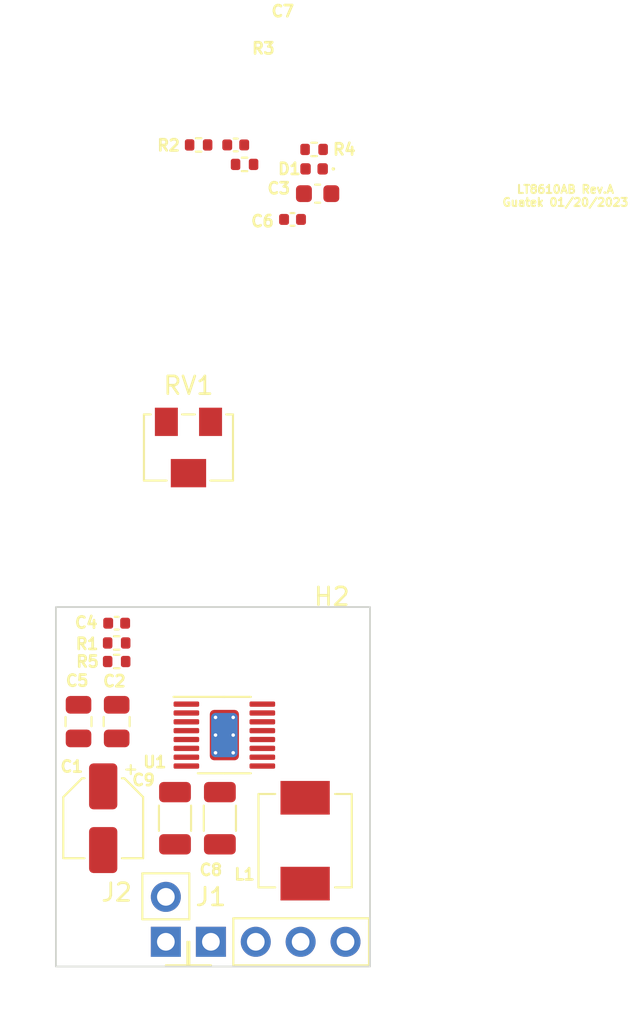
<source format=kicad_pcb>
(kicad_pcb (version 20211014) (generator pcbnew)
  (layers (0 "F.Cu" signal) (1 "In1.Cu" signal) (2 "In2.Cu" signal) (31 "B.Cu" signal) (34 "B.Paste" user) (35 "F.Paste" user) (36 "B.SilkS" user "B.Silkscreen") (37 "F.SilkS" user "F.Silkscreen") (38 "B.Mask" user) (39 "F.Mask" user) (44 "Edge.Cuts" user))
  (net 0 "")
  (net 1 "Vin")
  (net 2 "Net-(C3-Pad1)")
  (net 3 "Net-(C4-Pad1)")
  (net 4 "Vout")
  (net 5 "Net-(C7-Pad2)")
  (net 6 "Net-(R1-Pad1)")
  (net 8 "GND")
  (net 9 "PG")
  (net 10 "EN")
  (net 11 "Net-(C6-Pad1)")
  (net 12 "Net-(C6-Pad2)")
  (footprint "Connector_PinHeader_2.54mm:PinHeader_1x02_P2.54mm_Vertical" (layer "F.Cu") (at 135.118 108.331 180)
    (fp_text reference "J2" (at 2.784 2.794) (layer "F.SilkS"))
    (fp_text value "Conn_01x02")
    (fp_line (start -1.33 -1.33) (end 0 -1.33) (layer "F.SilkS") (width 0.12))
    (fp_line (start -1.33 1.27) (end -1.33 3.87) (layer "F.SilkS") (width 0.12))
    (fp_line (start -1.33 1.27) (end 1.33 1.27) (layer "F.SilkS") (width 0.12))
    (fp_line (start 1.33 1.27) (end 1.33 3.87) (layer "F.SilkS") (width 0.12))
    (fp_line (start -1.33 3.87) (end 1.33 3.87) (layer "F.SilkS") (width 0.12))
    (fp_line (start -1.33 0) (end -1.33 -1.33) (layer "F.SilkS") (width 0.12))
    (pad "1" thru_hole rect locked (at 0 0 180) (size 1.7 1.7) (drill 1) (layers *.Cu *.Mask) (net 10 "EN"))
    (pad "2" thru_hole oval locked (at 0 2.54 180) (size 1.7 1.7) (drill 1) (layers *.Cu *.Mask) (net 9 "PG"))
  )
  (footprint "Capacitor_SMD:C_0805_2012Metric" (layer "F.Cu") (at 130.175 95.885 90)
    (fp_text reference "C5" (at 2.3134 -0.0774) (layer "F.SilkS") (effects (font (size 0.635 0.635))))
    (fp_text value "4.7 uF 50V")
    (fp_line (start -0.261252 -0.735) (end 0.261252 -0.735) (layer "F.SilkS") (width 0.12))
    (fp_line (start -0.261252 0.735) (end 0.261252 0.735) (layer "F.SilkS") (width 0.12))
    (pad "1" smd roundrect locked (at -0.95 0 90) (size 1 1.45) (layers "F.Cu" "F.Paste" "F.Mask") (net 1 "Vin"))
    (pad "2" smd roundrect locked (at 0.95 0 90) (size 1 1.45) (layers "F.Cu" "F.Paste" "F.Mask") (net 8 "GND"))
  )
  (footprint "Resistor_SMD:R_0402_1005Metric" (layer "F.Cu") (at 132.334 92.4884 180)
    (fp_text reference "R5" (at 1.65 -0.0054) (layer "F.SilkS") (effects (font (size 0.635 0.635))))
    (fp_text value "100k")
    (fp_line (start -0.153641 0.38) (end 0.153641 0.38) (layer "F.SilkS") (width 0.12))
    (fp_line (start -0.153641 -0.38) (end 0.153641 -0.38) (layer "F.SilkS") (width 0.12))
    (pad "1" smd roundrect locked (at -0.51 0 180) (size 0.54 0.64) (layers "F.Cu" "F.Paste" "F.Mask") (net 10 "EN"))
    (pad "2" smd roundrect locked (at 0.51 0 180) (size 0.54 0.64) (layers "F.Cu" "F.Paste" "F.Mask") (net 1 "Vin"))
  )
  (footprint "Capacitor_SMD:CP_Elec_4x5.4" (layer "F.Cu") (at 131.572 101.346 -90)
    (fp_text reference "C1" (at -2.921 1.778) (layer "F.SilkS") (effects (font (size 0.635 0.635))))
    (fp_text value "4.7 uF 50V")
    (fp_line (start -2.75 -1.81) (end -2.75 -1.31) (layer "F.SilkS") (width 0.12))
    (fp_line (start -2.26 1.195563) (end -1.195563 2.26) (layer "F.SilkS") (width 0.12))
    (fp_line (start -2.26 1.195563) (end -2.26 1.06) (layer "F.SilkS") (width 0.12))
    (fp_line (start -2.26 -1.195563) (end -1.195563 -2.26) (layer "F.SilkS") (width 0.12))
    (fp_line (start 2.26 -2.26) (end 2.26 -1.06) (layer "F.SilkS") (width 0.12))
    (fp_line (start -1.195563 -2.26) (end 2.26 -2.26) (layer "F.SilkS") (width 0.12))
    (fp_line (start -2.26 -1.195563) (end -2.26 -1.06) (layer "F.SilkS") (width 0.12))
    (fp_line (start -1.195563 2.26) (end 2.26 2.26) (layer "F.SilkS") (width 0.12))
    (fp_line (start 2.26 2.26) (end 2.26 1.06) (layer "F.SilkS") (width 0.12))
    (fp_line (start -3 -1.56) (end -2.5 -1.56) (layer "F.SilkS") (width 0.12))
    (pad "1" smd roundrect locked (at -1.8 0 270) (size 2.6 1.6) (layers "F.Cu" "F.Paste" "F.Mask") (roundrect_rratio 0.15625) (net 1 "Vin"))
    (pad "2" smd roundrect locked (at 1.8 0 270) (size 2.6 1.6) (layers "F.Cu" "F.Paste" "F.Mask") (roundrect_rratio 0.15625) (net 8 "GND"))
  )
  (footprint "Resistor_SMD:R_0402_1005Metric" (layer "F.Cu") (at 132.334 91.44 180)
    (fp_text reference "R1" (at 1.6764 -0.0508) (layer "F.SilkS") (effects (font (size 0.635 0.635))))
    (fp_text value "33.2k 0.1%")
    (fp_line (start -0.153641 0.38) (end 0.153641 0.38) (layer "F.SilkS") (width 0.12))
    (fp_line (start -0.153641 -0.38) (end 0.153641 -0.38) (layer "F.SilkS") (width 0.12))
    (pad "1" smd roundrect locked (at -0.51 0 180) (size 0.54 0.64) (layers "F.Cu" "F.Paste" "F.Mask") (net 6 "Net-(R1-Pad1)"))
    (pad "2" smd roundrect locked (at 0.51 0 180) (size 0.54 0.64) (layers "F.Cu" "F.Paste" "F.Mask") (net 8 "GND"))
  )
  (footprint "Capacitor_SMD:C_0603_1608Metric" (layer "F.Cu") (at 143.71 66.043)
    (fp_text reference "C3" (at -2.2 -0.3) (layer "F.SilkS") (effects (font (size 0.635 0.635))))
    (fp_text value "1 uF")
    (fp_line (start -0.14058 -0.51) (end 0.14058 -0.51) (layer "F.SilkS") (width 0.12))
    (fp_line (start -0.14058 0.51) (end 0.14058 0.51) (layer "F.SilkS") (width 0.12))
    (pad "1" smd roundrect locked (at -0.775 0) (size 0.9 0.95) (layers "F.Cu" "F.Paste" "F.Mask") (net 2 "Net-(C3-Pad1)"))
    (pad "2" smd roundrect locked (at 0.775 0) (size 0.9 0.95) (layers "F.Cu" "F.Paste" "F.Mask") (net 8 "GND"))
  )
  (footprint "Resistor_SMD:R_0402_1005Metric" (layer "F.Cu") (at 139.573 64.389 180)
    (fp_text reference "R3" (at -1.0644 6.5574) (layer "F.SilkS") (effects (font (size 0.635 0.635))))
    (fp_text value "1M")
    (fp_line (start -0.153641 0.38) (end 0.153641 0.38) (layer "F.SilkS") (width 0.12))
    (fp_line (start -0.153641 -0.38) (end 0.153641 -0.38) (layer "F.SilkS") (width 0.12))
    (pad "1" smd roundrect locked (at -0.51 0 180) (size 0.54 0.64) (layers "F.Cu" "F.Paste" "F.Mask") (net 4 "Vout"))
    (pad "2" smd roundrect locked (at 0.51 0 180) (size 0.54 0.64) (layers "F.Cu" "F.Paste" "F.Mask") (net 5 "Net-(C7-Pad2)"))
  )
  (footprint "LED_SMD:LED_0402_1005Metric" (layer "F.Cu") (at 143.51 64.643 180)
    (fp_text reference "D1" (at 1.4 0) (layer "F.SilkS") (effects (font (size 0.635 0.635))))
    (fp_text value "Red 1.75V")
    (fp_circle (center -1.09 0) (end -1.04 0) (layer "F.SilkS") (width 0.1) (fill none))
    (pad "1" smd roundrect locked (at -0.485 0 180) (size 0.59 0.64) (layers "F.Cu" "F.Paste" "F.Mask") (net 8 "GND"))
    (pad "2" smd roundrect locked (at 0.485 0 180) (size 0.59 0.64) (layers "F.Cu" "F.Paste" "F.Mask") (net 9 "PG"))
  )
  (footprint "Inductor_SMD:L_Vishay_IHLP-2020" (layer "F.Cu") (at 143.002 102.616 90)
    (fp_text reference "L1" (at -1.905 -3.429) (layer "F.SilkS") (effects (font (size 0.635 0.635))))
    (fp_text value "4.7 uH")
    (fp_line (start -2.64 -2.64) (end 2.64 -2.64) (layer "F.SilkS") (width 0.12))
    (fp_line (start 2.64 2.64) (end 2.64 1.695) (layer "F.SilkS") (width 0.12))
    (fp_line (start -2.64 1.695) (end -2.64 2.64) (layer "F.SilkS") (width 0.12))
    (fp_line (start -2.64 -1.695) (end -2.64 -2.64) (layer "F.SilkS") (width 0.12))
    (fp_line (start -2.64 2.64) (end 2.64 2.64) (layer "F.SilkS") (width 0.12))
    (fp_line (start 2.64 -2.64) (end 2.64 -1.695) (layer "F.SilkS") (width 0.12))
    (pad "1" smd rect locked (at -2.4265 0 90) (size 1.903 2.79) (layers "F.Cu" "F.Paste" "F.Mask") (net 4 "Vout"))
    (pad "2" smd rect locked (at 2.4265 0 90) (size 1.903 2.79) (layers "F.Cu" "F.Paste" "F.Mask") (net 12 "Net-(C6-Pad2)"))
  )
  (footprint "Capacitor_SMD:C_0402_1005Metric" (layer "F.Cu") (at 142.2884 67.4996)
    (fp_text reference "C6" (at -1.7 0.1) (layer "F.SilkS") (effects (font (size 0.635 0.635))))
    (fp_text value "0.1 uF")
    (fp_line (start -0.107836 -0.36) (end 0.107836 -0.36) (layer "F.SilkS") (width 0.12))
    (fp_line (start -0.107836 0.36) (end 0.107836 0.36) (layer "F.SilkS") (width 0.12))
    (pad "1" smd roundrect locked (at -0.48 0) (size 0.56 0.62) (layers "F.Cu" "F.Paste" "F.Mask") (net 11 "Net-(C6-Pad1)"))
    (pad "2" smd roundrect locked (at 0.48 0) (size 0.56 0.62) (layers "F.Cu" "F.Paste" "F.Mask") (net 12 "Net-(C6-Pad2)"))
  )
  (footprint "Potentiometer_SMD:Potentiometer_Bourns_3214W_Vertical" (layer "F.Cu") (at 136.398 80.391)
    (fp_text reference "RV1" (at 0 -3.5) (layer "F.SilkS"))
    (fp_text value "500k")
    (fp_line (start 2.52 -1.87) (end 2.52 1.87) (layer "F.SilkS") (width 0.12))
    (fp_line (start -2.52 -1.87) (end -2.52 1.87) (layer "F.SilkS") (width 0.12))
    (fp_line (start -0.36 -1.87) (end 0.36 -1.87) (layer "F.SilkS") (width 0.12))
    (fp_line (start 2.14 -1.87) (end 2.52 -1.87) (layer "F.SilkS") (width 0.12))
    (fp_line (start 1.24 1.87) (end 2.52 1.87) (layer "F.SilkS") (width 0.12))
    (fp_line (start -2.52 -1.87) (end -2.14 -1.87) (layer "F.SilkS") (width 0.12))
    (fp_line (start -2.52 1.87) (end -1.24 1.87) (layer "F.SilkS") (width 0.12))
    (pad "1" smd rect locked (at 1.25 -1.45) (size 1.3 1.6) (layers "F.Cu" "F.Paste" "F.Mask") (net 8 "GND"))
    (pad "2" smd rect locked (at 0 1.45) (size 2 1.6) (layers "F.Cu" "F.Paste" "F.Mask") (net 5 "Net-(C7-Pad2)"))
    (pad "3" smd rect locked (at -1.25 -1.45) (size 1.3 1.6) (layers "F.Cu" "F.Paste" "F.Mask"))
  )
  (footprint "MountingHole:MountingHole_2.2mm_M2_ISO7380" (layer "F.Cu") (at 144.516 91.567)
    (fp_text reference "H2" (at 0 -2.75) (layer "F.SilkS"))
    (fp_text value "MountingHole")
    (pad "" np_thru_hole circle locked (at 0 0) (size 2.2 2.2) (drill 2.2) (layers *.Cu *.Mask))
  )
  (footprint "MountingHole:MountingHole_2.2mm_M2_ISO7380" (layer "F.Cu") (at 131.054 107.569)
    (fp_text reference "H1" (at 0.137 -0.127) (layer "F.SilkS"))
    (fp_text value "MountingHole")
    (pad "" np_thru_hole circle locked (at 0 0) (size 2.2 2.2) (drill 2.2) (layers *.Cu *.Mask))
  )
  (footprint "Capacitor_SMD:C_0402_1005Metric" (layer "F.Cu") (at 139.073 63.289 180)
    (fp_text reference "C7" (at -2.6644 7.5574) (layer "F.SilkS") (effects (font (size 0.635 0.635))))
    (fp_text value "10 pF")
    (fp_line (start -0.107836 -0.36) (end 0.107836 -0.36) (layer "F.SilkS") (width 0.12))
    (fp_line (start -0.107836 0.36) (end 0.107836 0.36) (layer "F.SilkS") (width 0.12))
    (pad "1" smd roundrect locked (at -0.48 0 180) (size 0.56 0.62) (layers "F.Cu" "F.Paste" "F.Mask") (net 4 "Vout"))
    (pad "2" smd roundrect locked (at 0.48 0 180) (size 0.56 0.62) (layers "F.Cu" "F.Paste" "F.Mask") (net 5 "Net-(C7-Pad2)"))
  )
  (footprint "Package_SO:MSOP-16-1EP_3x4mm_P0.5mm_EP1.65x2.85mm_ThermalVias" (layer "F.Cu") (at 138.43 96.647)
    (fp_text reference "U1" (at -3.937 1.524) (layer "F.SilkS") (effects (font (size 0.635 0.635))))
    (fp_text value "LT8610AB")
    (fp_line (start 0 2.16) (end 1.5 2.16) (layer "F.SilkS") (width 0.12))
    (fp_line (start 0 2.16) (end -1.5 2.16) (layer "F.SilkS") (width 0.12))
    (fp_line (start 0 -2.16) (end 1.5 -2.16) (layer "F.SilkS") (width 0.12))
    (fp_line (start 0 -2.16) (end -2.875 -2.16) (layer "F.SilkS") (width 0.12))
    (pad "1" smd roundrect locked (at -2.15 -1.75) (size 1.45 0.3) (layers "F.Cu" "F.Paste" "F.Mask") (net 8 "GND"))
    (pad "2" smd roundrect locked (at -2.15 -1.25) (size 1.45 0.3) (layers "F.Cu" "F.Paste" "F.Mask") (net 3 "Net-(C4-Pad1)"))
    (pad "3" smd roundrect locked (at -2.15 -0.75) (size 1.45 0.3) (layers "F.Cu" "F.Paste" "F.Mask") (net 6 "Net-(R1-Pad1)"))
    (pad "4" smd roundrect locked (at -2.15 -0.25) (size 1.45 0.3) (layers "F.Cu" "F.Paste" "F.Mask") (net 10 "EN"))
    (pad "5" smd roundrect locked (at -2.15 0.25) (size 1.45 0.3) (layers "F.Cu" "F.Paste" "F.Mask") (net 1 "Vin"))
    (pad "6" smd roundrect locked (at -2.15 0.75) (size 1.45 0.3) (layers "F.Cu" "F.Paste" "F.Mask") (net 1 "Vin"))
    (pad "7" smd roundrect locked (at -2.15 1.25) (size 1.45 0.3) (layers "F.Cu" "F.Paste" "F.Mask"))
    (pad "8" smd roundrect locked (at -2.15 1.75) (size 1.45 0.3) (layers "F.Cu" "F.Paste" "F.Mask") (net 8 "GND"))
    (pad "9" smd roundrect locked (at 2.15 1.75) (size 1.45 0.3) (layers "F.Cu" "F.Paste" "F.Mask") (net 12 "Net-(C6-Pad2)"))
    (pad "10" smd roundrect locked (at 2.15 1.25) (size 1.45 0.3) (layers "F.Cu" "F.Paste" "F.Mask") (net 12 "Net-(C6-Pad2)"))
    (pad "11" smd roundrect locked (at 2.15 0.75) (size 1.45 0.3) (layers "F.Cu" "F.Paste" "F.Mask") (net 12 "Net-(C6-Pad2)"))
    (pad "12" smd roundrect locked (at 2.15 0.25) (size 1.45 0.3) (layers "F.Cu" "F.Paste" "F.Mask") (net 11 "Net-(C6-Pad1)"))
    (pad "13" smd roundrect locked (at 2.15 -0.25) (size 1.45 0.3) (layers "F.Cu" "F.Paste" "F.Mask") (net 2 "Net-(C3-Pad1)"))
    (pad "14" smd roundrect locked (at 2.15 -0.75) (size 1.45 0.3) (layers "F.Cu" "F.Paste" "F.Mask") (net 4 "Vout"))
    (pad "15" smd roundrect locked (at 2.15 -1.25) (size 1.45 0.3) (layers "F.Cu" "F.Paste" "F.Mask") (net 9 "PG"))
    (pad "16" smd roundrect locked (at 2.15 -1.75) (size 1.45 0.3) (layers "F.Cu" "F.Paste" "F.Mask") (net 5 "Net-(C7-Pad2)"))
    (pad "17" smd roundrect locked (at 0 0) (size 1.65 2.85) (layers "F.Cu" "F.Mask") (roundrect_rratio 0.151515) (net 8 "GND"))
    (pad "17" thru_hole circle locked (at -0.5 -1) (size 0.5 0.5) (drill 0.2) (layers *.Cu) (net 8 "GND"))
    (pad "17" thru_hole circle locked (at 0.5 0) (size 0.5 0.5) (drill 0.2) (layers *.Cu) (net 8 "GND"))
    (pad "17" thru_hole circle locked (at 0.5 -1) (size 0.5 0.5) (drill 0.2) (layers *.Cu) (net 8 "GND"))
    (pad "17" thru_hole circle locked (at -0.5 0) (size 0.5 0.5) (drill 0.2) (layers *.Cu) (net 8 "GND"))
    (pad "17" thru_hole circle locked (at 0.5 1) (size 0.5 0.5) (drill 0.2) (layers *.Cu) (net 8 "GND"))
    (pad "17" smd roundrect locked (at 0 0) (size 1.5 2.5) (layers "B.Cu") (roundrect_rratio 0.166667) (net 8 "GND"))
    (pad "17" thru_hole circle locked (at -0.5 1) (size 0.5 0.5) (drill 0.2) (layers *.Cu) (net 8 "GND"))
  )
  (footprint "Capacitor_SMD:C_1206_3216Metric" (layer "F.Cu") (at 138.176 101.346 90)
    (fp_text reference "C8" (at -2.921 -0.508) (layer "F.SilkS") (effects (font (size 0.635 0.635))))
    (fp_text value "47 uF 25V")
    (fp_line (start -0.711252 0.91) (end 0.711252 0.91) (layer "F.SilkS") (width 0.12))
    (fp_line (start -0.711252 -0.91) (end 0.711252 -0.91) (layer "F.SilkS") (width 0.12))
    (pad "1" smd roundrect locked (at -1.475 0 90) (size 1.15 1.8) (layers "F.Cu" "F.Paste" "F.Mask") (roundrect_rratio 0.217391) (net 4 "Vout"))
    (pad "2" smd roundrect locked (at 1.475 0 90) (size 1.15 1.8) (layers "F.Cu" "F.Paste" "F.Mask") (roundrect_rratio 0.217391) (net 8 "GND"))
  )
  (footprint "Connector_PinHeader_2.54mm:PinHeader_1x04_P2.54mm_Vertical" (layer "F.Cu") (at 137.668 108.331 90)
    (fp_text reference "J1" (at 2.54 0 180) (layer "F.SilkS"))
    (fp_text value "Conn_01x04")
    (fp_line (start -1.33 0) (end -1.33 -1.33) (layer "F.SilkS") (width 0.12))
    (fp_line (start -1.33 -1.33) (end 0 -1.33) (layer "F.SilkS") (width 0.12))
    (fp_line (start -1.33 1.27) (end 1.33 1.27) (layer "F.SilkS") (width 0.12))
    (fp_line (start -1.33 1.27) (end -1.33 8.95) (layer "F.SilkS") (width 0.12))
    (fp_line (start 1.33 1.27) (end 1.33 8.95) (layer "F.SilkS") (width 0.12))
    (fp_line (start -1.33 8.95) (end 1.33 8.95) (layer "F.SilkS") (width 0.12))
    (pad "1" thru_hole rect locked (at 0 0 90) (size 1.7 1.7) (drill 1) (layers *.Cu *.Mask) (net 1 "Vin"))
    (pad "2" thru_hole oval locked (at 0 2.54 90) (size 1.7 1.7) (drill 1) (layers *.Cu *.Mask) (net 8 "GND"))
    (pad "3" thru_hole oval locked (at 0 5.08 90) (size 1.7 1.7) (drill 1) (layers *.Cu *.Mask) (net 8 "GND"))
    (pad "4" thru_hole oval locked (at 0 7.62 90) (size 1.7 1.7) (drill 1) (layers *.Cu *.Mask) (net 4 "Vout"))
  )
  (footprint "Resistor_SMD:R_0402_1005Metric" (layer "F.Cu") (at 136.973 63.289 180)
    (fp_text reference "R2" (at 1.7 -0.0254) (layer "F.SilkS") (effects (font (size 0.635 0.635))))
    (fp_text value " ")
    (fp_line (start -0.153641 -0.38) (end 0.153641 -0.38) (layer "F.SilkS") (width 0.12))
    (fp_line (start -0.153641 0.38) (end 0.153641 0.38) (layer "F.SilkS") (width 0.12))
    (pad "1" smd roundrect locked (at -0.51 0 180) (size 0.54 0.64) (layers "F.Cu" "F.Paste" "F.Mask") (net 5 "Net-(C7-Pad2)"))
    (pad "2" smd roundrect locked (at 0.51 0 180) (size 0.54 0.64) (layers "F.Cu" "F.Paste" "F.Mask") (net 8 "GND"))
  )
  (footprint "Capacitor_SMD:C_0805_2012Metric" (layer "F.Cu") (at 132.334 95.885 90)
    (fp_text reference "C2" (at 2.286 -0.127) (layer "F.SilkS") (effects (font (size 0.635 0.635))))
    (fp_text value "4.7 uF 50V")
    (fp_line (start -0.261252 -0.735) (end 0.261252 -0.735) (layer "F.SilkS") (width 0.12))
    (fp_line (start -0.261252 0.735) (end 0.261252 0.735) (layer "F.SilkS") (width 0.12))
    (pad "1" smd roundrect locked (at -0.95 0 90) (size 1 1.45) (layers "F.Cu" "F.Paste" "F.Mask") (net 1 "Vin"))
    (pad "2" smd roundrect locked (at 0.95 0 90) (size 1 1.45) (layers "F.Cu" "F.Paste" "F.Mask") (net 8 "GND"))
  )
  (footprint "Capacitor_SMD:C_0402_1005Metric" (layer "F.Cu") (at 132.334 90.3224 180)
    (fp_text reference "C4" (at 1.7226 0.034) (layer "F.SilkS") (effects (font (size 0.635 0.635))))
    (fp_text value "0.1 uF")
    (fp_line (start -0.107836 -0.36) (end 0.107836 -0.36) (layer "F.SilkS") (width 0.12))
    (fp_line (start -0.107836 0.36) (end 0.107836 0.36) (layer "F.SilkS") (width 0.12))
    (pad "1" smd roundrect locked (at -0.48 0 180) (size 0.56 0.62) (layers "F.Cu" "F.Paste" "F.Mask") (net 3 "Net-(C4-Pad1)"))
    (pad "2" smd roundrect locked (at 0.48 0 180) (size 0.56 0.62) (layers "F.Cu" "F.Paste" "F.Mask") (net 8 "GND"))
  )
  (footprint "Capacitor_SMD:C_1206_3216Metric" (layer "F.Cu") (at 135.636 101.346 90)
    (fp_text reference "C9" (at 2.159 -1.778) (layer "F.SilkS") (effects (font (size 0.635 0.635))))
    (fp_text value "47 uF 25V")
    (fp_line (start -0.711252 0.91) (end 0.711252 0.91) (layer "F.SilkS") (width 0.12))
    (fp_line (start -0.711252 -0.91) (end 0.711252 -0.91) (layer "F.SilkS") (width 0.12))
    (pad "1" smd roundrect locked (at -1.475 0 90) (size 1.15 1.8) (layers "F.Cu" "F.Paste" "F.Mask") (roundrect_rratio 0.217391) (net 4 "Vout"))
    (pad "2" smd roundrect locked (at 1.475 0 90) (size 1.15 1.8) (layers "F.Cu" "F.Paste" "F.Mask") (roundrect_rratio 0.217391) (net 8 "GND"))
  )
  (footprint "Resistor_SMD:R_0402_1005Metric" (layer "F.Cu") (at 143.51 63.543 180)
    (fp_text reference "R4" (at -1.71 0) (layer "F.SilkS") (effects (font (size 0.635 0.635))))
    (fp_text value "10K")
    (fp_line (start -0.153641 -0.38) (end 0.153641 -0.38) (layer "F.SilkS") (width 0.12))
    (fp_line (start -0.153641 0.38) (end 0.153641 0.38) (layer "F.SilkS") (width 0.12))
    (pad "1" smd roundrect locked (at -0.51 0 180) (size 0.54 0.64) (layers "F.Cu" "F.Paste" "F.Mask") (net 4 "Vout"))
    (pad "2" smd roundrect locked (at 0.51 0 180) (size 0.54 0.64) (layers "F.Cu" "F.Paste" "F.Mask") (net 9 "PG"))
  )
  (gr_rect (start 128.895 89.408) (end 146.675 109.728) (layer "Edge.Cuts") (width 0.1) (fill none))
  (gr_text "LT8610AB Rev.A\nGuatek 01/20/2023" (at 157.734 66.167) (layer "F.SilkS") (effects (font (size 0.4572 0.4572) (thickness 0.1143))))
)
</source>
